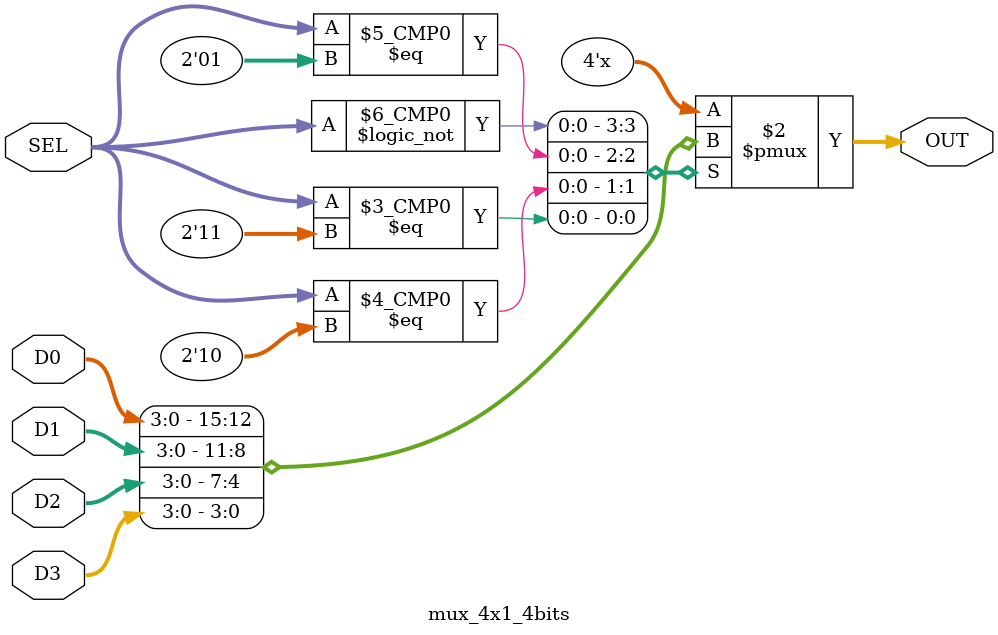
<source format=v>
module mux_4x1_4bits (
  input   	[3:0]   D0,
  input   	[3:0]   D1,
  input   	[3:0]   D2,
  input   	[3:0]   D3,
  input     [1:0]	  SEL,
  output reg [3:0]   OUT
);

always @(*) begin
    case (SEL)
        2'b00:    OUT = D0;
        2'b01:    OUT = D1;
        2'b10:    OUT = D2;
        2'b11:    OUT = D3;
        default:  OUT = 4'b1111;
    endcase
end

endmodule

</source>
